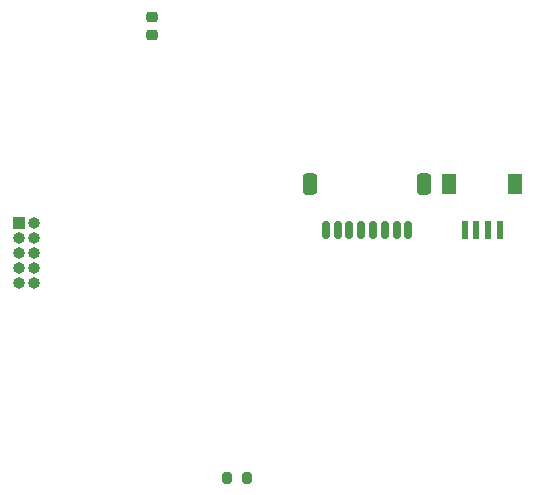
<source format=gbr>
%TF.GenerationSoftware,KiCad,Pcbnew,6.0.10-86aedd382b~118~ubuntu22.04.1*%
%TF.CreationDate,2023-03-14T18:16:05-07:00*%
%TF.ProjectId,compact-probe,636f6d70-6163-4742-9d70-726f62652e6b,rev?*%
%TF.SameCoordinates,Original*%
%TF.FileFunction,Soldermask,Top*%
%TF.FilePolarity,Negative*%
%FSLAX46Y46*%
G04 Gerber Fmt 4.6, Leading zero omitted, Abs format (unit mm)*
G04 Created by KiCad (PCBNEW 6.0.10-86aedd382b~118~ubuntu22.04.1) date 2023-03-14 18:16:05*
%MOMM*%
%LPD*%
G01*
G04 APERTURE LIST*
G04 Aperture macros list*
%AMRoundRect*
0 Rectangle with rounded corners*
0 $1 Rounding radius*
0 $2 $3 $4 $5 $6 $7 $8 $9 X,Y pos of 4 corners*
0 Add a 4 corners polygon primitive as box body*
4,1,4,$2,$3,$4,$5,$6,$7,$8,$9,$2,$3,0*
0 Add four circle primitives for the rounded corners*
1,1,$1+$1,$2,$3*
1,1,$1+$1,$4,$5*
1,1,$1+$1,$6,$7*
1,1,$1+$1,$8,$9*
0 Add four rect primitives between the rounded corners*
20,1,$1+$1,$2,$3,$4,$5,0*
20,1,$1+$1,$4,$5,$6,$7,0*
20,1,$1+$1,$6,$7,$8,$9,0*
20,1,$1+$1,$8,$9,$2,$3,0*%
G04 Aperture macros list end*
%ADD10RoundRect,0.200000X0.200000X0.275000X-0.200000X0.275000X-0.200000X-0.275000X0.200000X-0.275000X0*%
%ADD11RoundRect,0.218750X-0.256250X0.218750X-0.256250X-0.218750X0.256250X-0.218750X0.256250X0.218750X0*%
%ADD12R,0.600000X1.550000*%
%ADD13R,1.200000X1.800000*%
%ADD14R,1.000000X1.000000*%
%ADD15O,1.000000X1.000000*%
%ADD16RoundRect,0.150000X0.150000X0.625000X-0.150000X0.625000X-0.150000X-0.625000X0.150000X-0.625000X0*%
%ADD17RoundRect,0.250000X0.350000X0.650000X-0.350000X0.650000X-0.350000X-0.650000X0.350000X-0.650000X0*%
G04 APERTURE END LIST*
D10*
%TO.C,R5*%
X-2175000Y-19000000D03*
X-3825000Y-19000000D03*
%TD*%
D11*
%TO.C,D1*%
X-10250000Y20037500D03*
X-10250000Y18462500D03*
%TD*%
D12*
%TO.C,J2*%
X19250000Y2000000D03*
X18250000Y2000000D03*
X17250000Y2000000D03*
X16250000Y2000000D03*
D13*
X20550000Y5875000D03*
X14950000Y5875000D03*
%TD*%
D14*
%TO.C,J3*%
X-21500000Y2550000D03*
D15*
X-20230000Y2550000D03*
X-21500000Y1280000D03*
X-20230000Y1280000D03*
X-21500000Y10000D03*
X-20230000Y10000D03*
X-21500000Y-1260000D03*
X-20230000Y-1260000D03*
X-21500000Y-2530000D03*
X-20230000Y-2530000D03*
%TD*%
D16*
%TO.C,J1*%
X11500000Y2000000D03*
X10500000Y2000000D03*
X9500000Y2000000D03*
X8500000Y2000000D03*
X7500000Y2000000D03*
X6500000Y2000000D03*
X5500000Y2000000D03*
X4500000Y2000000D03*
D17*
X3200000Y5875000D03*
X12800000Y5875000D03*
%TD*%
M02*

</source>
